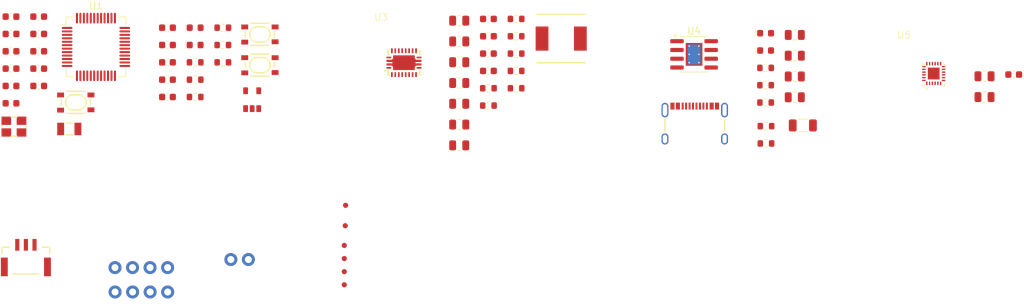
<source format=kicad_pcb>
(kicad_pcb (version 20241229) (generator "pcbnew") (generator_version "9.0")
  (layers (0 "F.Cu" signal) (2 "B.Cu" signal) (13 "F.Paste" user) (15 "B.Paste" user) (5 "F.SilkS" user "F.Silkscreen") (7 "B.SilkS" user "B.Silkscreen") (1 "F.Mask" user) (3 "B.Mask" user) (25 "Edge.Cuts" user))
  (net 0 "")
  (net 1 "VDD")
  (net 2 "VSS")
  (net 3 "/NRST")
  (net 4 "Net-(U1-PC14-OSC32_IN)")
  (net 5 "Net-(U1-PC15-OSC32_OUT)")
  (net 6 "Net-(U1-PD14-OSC_IN)")
  (net 7 "Net-(U1-PD15-OSC_OUT)")
  (net 8 "/PB1")
  (net 9 "/PA12")
  (net 10 "/PA0")
  (net 11 "/PB6")
  (net 12 "/BOOT0")
  (net 13 "/PA5")
  (net 14 "/PB0")
  (net 15 "/PA2")
  (net 16 "/PD12")
  (net 17 "/PB7")
  (net 18 "/PA15")
  (net 19 "/PA9")
  (net 20 "/PD13")
  (net 21 "/PB4")
  (net 22 "/PA1")
  (net 23 "/PB8")
  (net 24 "/PC13")
  (net 25 "DIO")
  (net 26 "/PA8")
  (net 27 "/PA10")
  (net 28 "/PB3")
  (net 29 "/PA7")
  (net 30 "/PA4")
  (net 31 "/PB2")
  (net 32 "/PA3")
  (net 33 "/PA11")
  (net 34 "/PB5")
  (net 35 "/PB11")
  (net 36 "SCK")
  (net 37 "/PB10")
  (net 38 "/PB13")
  (net 39 "/PB15")
  (net 40 "/PA6")
  (net 41 "/PB12")
  (net 42 "/PB14")
  (net 43 "/PB9")
  (net 44 "5V")
  (net 45 "/PC14")
  (net 46 "Net-(D1-A)")
  (net 47 "Net-(D2-K)")
  (net 48 "Net-(U2-EN)")
  (net 49 "Net-(R5-Pad1)")
  (net 54 "VBUS")
  (net 55 "PGND")
  (net 56 "Net-(U3-VCC)")
  (net 57 "Net-(U3-BOOT)")
  (net 58 "Net-(C20-Pad2)")
  (net 59 "Net-(U3-SS)")
  (net 60 "+5V")
  (net 61 "Net-(C26-Pad1)")
  (net 62 "Net-(U3-COMP)")
  (net 63 "Net-(L1-Pad2)")
  (net 64 "Net-(U3-ILIM)")
  (net 65 "Net-(U3-FB)")
  (net 66 "Net-(U3-EN)")
  (net 67 "Net-(U3-FSW)")
  (net 68 "Net-(U4-CE)")
  (net 69 "Net-(D3-A)")
  (net 70 "Net-(D3-K)")
  (net 71 "Net-(D4-A)")
  (net 72 "Net-(D4-K)")
  (net 75 "5V_IN")
  (net 76 "Net-(U4-PROG)")
  (net 92 "Net-(U5-REGOUT)")
  (net 98 "Net-(J5-D+-PadA6)")
  (net 100 "Net-(J5-CC2)")
  (net 101 "Net-(J5-CC1)")
  (net 103 "Net-(J5-D--PadA7)")
  (footprint "Power_BrookDawn:SGM2019" (layer "F.Cu") (at 51.795 26.685)
    (property "Reference" "U2" (hide yes))
    (property "Value" "~")
    (pad "1" smd roundrect (at 0.54 3.33 90) (size 0.99 0.69) (layers "F.Cu" "F.Mask" "F.Paste") (roundrect_rratio 0.15) (net 54 "VBUS"))
    (pad "2" smd roundrect (at 1.49 3.33 90) (size 0.99 0.69) (layers "F.Cu" "F.Mask" "F.Paste") (roundrect_rratio 0.15) (net 2 "VSS"))
    (pad "3" smd roundrect (at 2.44 3.33 90) (size 0.99 0.69) (layers "F.Cu" "F.Mask" "F.Paste") (roundrect_rratio 0.15) (net 48 "Net-(U2-EN)"))
    (pad "4" smd roundrect (at 2.44 0.74 90) (size 0.99 0.69) (layers "F.Cu" "F.Mask" "F.Paste") (roundrect_rratio 0.15))
    (pad "5" smd roundrect (at 0.54 0.74 90) (size 0.99 0.69) (layers "F.Cu" "F.Mask" "F.Paste") (roundrect_rratio 0.15) (net 1 "VDD"))
  )
  (footprint "SparkFun-Resistor:R_0603_1608Metric" (layer "F.Cu") (at 91.515 17.0234)
    (property "Reference" "R9")
    (property "Value" "62k")
    (pad "1" smd roundrect (at -0.825 0) (size 0.8 0.95) (layers "F.Cu" "F.Mask" "F.Paste") (net 62 "Net-(U3-COMP)"))
    (pad "2" smd roundrect (at 0.825 0) (size 0.8 0.95) (layers "F.Cu" "F.Mask" "F.Paste") (net 61 "Net-(C26-Pad1)"))
  )
  (footprint "SparkFun-Switch:Push_SMD_4.2x3.2mm" (layer "F.Cu") (at 54.41 23.71)
    (property "Reference" "SW3")
    (property "Value" "SMD_4.2x3.2mm_h2.5mm")
    (pad "1" smd rect (at -2.2 -1.075) (size 1 0.7) (layers "F.Cu" "F.Mask" "F.Paste") (net 2 "VSS"))
    (pad "1" smd rect (at 2.2 -1.075) (size 1 0.7) (layers "F.Cu" "F.Mask" "F.Paste") (net 2 "VSS"))
    (pad "2" smd rect (at -2.2 1.125) (size 1 0.7) (layers "F.Cu" "F.Mask" "F.Paste") (net 45 "/PC14"))
    (pad "2" smd rect (at 2.2 1.075) (size 1 0.7) (layers "F.Cu" "F.Mask" "F.Paste") (net 45 "/PC14"))
  )
  (footprint "SparkFun-Capacitor:C_0603_1608Metric" (layer "F.Cu") (at 163.585736 25.079736)
    (property "Reference" "C34")
    (property "Value" "10nF")
    (pad "1" smd roundrect (at -0.775 0) (size 0.9 0.95) (layers "F.Cu" "F.Mask" "F.Paste") (net 2 "VSS"))
    (pad "2" smd roundrect (at 0.775 0) (size 0.9 0.95) (layers "F.Cu" "F.Mask" "F.Paste") (net 1 "VDD"))
  )
  (footprint "SparkFun-Capacitor:C_0603_1608Metric" (layer "F.Cu") (at 18.36 24.22)
    (property "Reference" "C4")
    (property "Value" "1uF")
    (pad "1" smd roundrect (at -0.775 0) (size 0.9 0.95) (layers "F.Cu" "F.Mask" "F.Paste") (net 2 "VSS"))
    (pad "2" smd roundrect (at 0.775 0) (size 0.9 0.95) (layers "F.Cu" "F.Mask" "F.Paste") (net 1 "VDD"))
  )
  (footprint "SparkFun-Capacitor:C_0805_2012Metric" (layer "F.Cu") (at 83.275 35.3334)
    (property "Reference" "C25")
    (property "Value" "1uF")
    (pad "1" smd roundrect (at -0.95 0) (size 1 1.45) (layers "F.Cu" "F.Mask" "F.Paste") (net 60 "+5V"))
    (pad "2" smd roundrect (at 0.95 0) (size 1 1.45) (layers "F.Cu" "F.Mask" "F.Paste") (net 55 "PGND"))
  )
  (footprint "SparkFun-Connector:1x04" (layer "F.Cu") (at 33.42 53.04)
    (property "Reference" "J4")
    (property "Value" "SWD")
    (pad "1" thru_hole circle (at 0 0 90) (size 1.8796 1.8796) (drill 1.016) (layers "*.Cu" "*.Mask") (net 1 "VDD"))
    (pad "2" thru_hole circle (at 2.54 0 90) (size 1.8796 1.8796) (drill 1.016) (layers "*.Cu" "*.Mask") (net 25 "DIO"))
    (pad "3" thru_hole circle (at 5.08 0 90) (size 1.8796 1.8796) (drill 1.016) (layers "*.Cu" "*.Mask") (net 36 "SCK"))
    (pad "4" thru_hole circle (at 7.62 0 90) (size 1.8796 1.8796) (drill 1.016) (layers "*.Cu" "*.Mask") (net 2 "VSS"))
  )
  (footprint "SparkFun-Capacitor:C_0603_1608Metric" (layer "F.Cu") (at 41.02 23.31)
    (property "Reference" "C14")
    (property "Value" "100nF")
    (pad "1" smd roundrect (at -0.775 0) (size 0.9 0.95) (layers "F.Cu" "F.Mask" "F.Paste") (net 2 "VSS"))
    (pad "2" smd roundrect (at 0.775 0) (size 0.9 0.95) (layers "F.Cu" "F.Mask" "F.Paste") (net 1 "VDD"))
  )
  (footprint "SparkFun-Connector:TestPoint-0.75mm" (layer "F.Cu") (at 66.63 55.525584)
    (property "Reference" "TP4")
    (property "Value" "0.75mm")
    (pad "1" smd roundrect (at 0 0) (size 0.75 0.75) (layers "F.Cu" "F.Mask") (roundrect_rratio 0.5) (net 1 "VDD"))
  )
  (footprint "SparkFun-Resistor:R_0603_1608Metric" (layer "F.Cu") (at 127.6475 26.62)
    (property "Reference" "R16")
    (property "Value" "10k")
    (pad "1" smd roundrect (at -0.825 0) (size 0.8 0.95) (layers "F.Cu" "F.Mask" "F.Paste") (net 68 "Net-(U4-CE)"))
    (pad "2" smd roundrect (at 0.825 0) (size 0.8 0.95) (layers "F.Cu" "F.Mask" "F.Paste") (net 71 "Net-(D4-A)"))
  )
  (footprint "SparkFun-Resistor:R_0603_1608Metric" (layer "F.Cu") (at 87.505 29.5734)
    (property "Reference" "R3")
    (property "Value" "100k")
    (pad "1" smd roundrect (at -0.825 0) (size 0.8 0.95) (layers "F.Cu" "F.Mask" "F.Paste") (net 64 "Net-(U3-ILIM)"))
    (pad "2" smd roundrect (at 0.825 0) (size 0.8 0.95) (layers "F.Cu" "F.Mask" "F.Paste") (net 2 "VSS"))
  )
  (footprint "SparkFun-Capacitor:C_0603_1608Metric" (layer "F.Cu") (at 18.36 26.73)
    (property "Reference" "C5")
    (property "Value" "0.1uF")
    (pad "1" smd roundrect (at -0.775 0) (size 0.9 0.95) (layers "F.Cu" "F.Mask" "F.Paste") (net 2 "VSS"))
    (pad "2" smd roundrect (at 0.775 0) (size 0.9 0.95) (layers "F.Cu" "F.Mask" "F.Paste") (net 3 "/NRST"))
  )
  (footprint "SparkFun-Capacitor:C_0603_1608Metric" (layer "F.Cu") (at 87.505 22.0434)
    (property "Reference" "C26")
    (property "Value" "3.3nF")
    (pad "1" smd roundrect (at -0.775 0) (size 0.9 0.95) (layers "F.Cu" "F.Mask" "F.Paste") (net 61 "Net-(C26-Pad1)"))
    (pad "2" smd roundrect (at 0.775 0) (size 0.9 0.95) (layers "F.Cu" "F.Mask" "F.Paste") (net 2 "VSS"))
  )
  (footprint "SparkFun-Capacitor:C_0603_1608Metric" (layer "F.Cu") (at 41.02 28.33)
    (property "Reference" "C16")
    (property "Value" "1uF")
    (pad "1" smd roundrect (at -0.775 0) (size 0.9 0.95) (layers "F.Cu" "F.Mask" "F.Paste") (net 2 "VSS"))
    (pad "2" smd roundrect (at 0.775 0) (size 0.9 0.95) (layers "F.Cu" "F.Mask" "F.Paste") (net 45 "/PC14"))
  )
  (footprint "SparkFun-Capacitor:C_0603_1608Metric" (layer "F.Cu") (at 22.37 19.2)
    (property "Reference" "C8")
    (property "Value" "12pF")
    (pad "1" smd roundrect (at -0.775 0) (size 0.9 0.95) (layers "F.Cu" "F.Mask" "F.Paste") (net 6 "Net-(U1-PD14-OSC_IN)"))
    (pad "2" smd roundrect (at 0.775 0) (size 0.9 0.95) (layers "F.Cu" "F.Mask" "F.Paste") (net 2 "VSS"))
  )
  (footprint "SparkFun-Capacitor:C_0805_2012Metric" (layer "F.Cu") (at 83.275 20.2834)
    (property "Reference" "C18")
    (property "Value" "100nF")
    (pad "1" smd roundrect (at -0.95 0) (size 1 1.45) (layers "F.Cu" "F.Mask" "F.Paste") (net 55 "PGND"))
    (pad "2" smd roundrect (at 0.95 0) (size 1 1.45) (layers "F.Cu" "F.Mask" "F.Paste") (net 54 "VBUS"))
  )
  (footprint "SparkFun-Resistor:R_1206_3216Metric" (layer "F.Cu") (at 133.0425 32.45)
    (property "Reference" "R14")
    (property "Value" "0.2R")
    (pad "1" smd roundrect (at -1.4625 0) (size 1.125 1.75) (layers "F.Cu" "F.Mask" "F.Paste") (roundrect_rratio 0.222222) (net 68 "Net-(U4-CE)"))
    (pad "2" smd roundrect (at 1.4625 0) (size 1.125 1.75) (layers "F.Cu" "F.Mask" "F.Paste") (roundrect_rratio 0.222222) (net 75 "5V_IN"))
  )
  (footprint "SparkFun-Capacitor:C_0805_2012Metric" (layer "F.Cu") (at 159.355736 25.329736)
    (property "Reference" "C32")
    (property "Value" "100nF")
    (pad "1" smd roundrect (at -0.95 0) (size 1 1.45) (layers "F.Cu" "F.Mask" "F.Paste") (net 1 "VDD"))
    (pad "2" smd roundrect (at 0.95 0) (size 1 1.45) (layers "F.Cu" "F.Mask" "F.Paste") (net 2 "VSS"))
  )
  (footprint "BrookDawn_Library:MPU6500" (layer "F.Cu") (at 147.69 19.832)
    (property "Reference" "U5" (at 0 -0.5 0) (layer "F.SilkS") (effects (font (thickness 0.1))))
    (property "Value" "~")
    (pad "1" smd rect (at 3.31 6.522) (size 0.2 0.505) (layers "F.Cu" "F.Mask" "F.Paste"))
    (pad "2" smd rect (at 3.71 6.522) (size 0.2 0.505) (layers "F.Cu" "F.Mask" "F.Paste"))
    (pad "3" smd rect (at 4.11 6.522) (size 0.2 0.505) (layers "F.Cu" "F.Mask" "F.Paste"))
    (pad "4" smd rect (at 4.51 6.522) (size 0.2 0.505) (layers "F.Cu" "F.Mask" "F.Paste"))
    (pad "5" smd rect (at 4.91 6.522) (size 0.2 0.505) (layers "F.Cu" "F.Mask" "F.Paste"))
    (pad "6" smd rect (at 5.31 6.522) (size 0.2 0.505) (layers "F.Cu" "F.Mask" "F.Paste"))
    (pad "7" smd rect (at 5.737 6.095) (size 0.505 0.2) (layers "F.Cu" "F.Mask" "F.Paste"))
    (pad "8" smd rect (at 5.737 5.695) (size 0.505 0.2) (layers "F.Cu" "F.Mask" "F.Paste") (net 1 "VDD"))
    (pad "9" smd rect (at 5.737 5.295) (size 0.505 0.2) (layers "F.Cu" "F.Mask" "F.Paste"))
    (pad "10" smd rect (at 5.737 4.895) (size 0.505 0.2) (layers "F.Cu" "F.Mask" "F.Paste") (net 92 "Net-(U5-REGOUT)"))
    (pad "11" smd rect (at 5.737 4.495) (size 0.505 0.2) (layers "F.Cu" "F.Mask" "F.Paste"))
    (pad "12" smd rect (at 5.737 4.095) (size 0.504952 0.2) (layers "F.Cu" "F.Mask" "F.Paste") (net 23 "/PB8"))
    (pad "13" smd rect (at 5.31 3.668) (size 0.2 0.505) (layers "F.Cu" "F.Mask" "F.Paste") (net 1 "VDD"))
    (pad "14" smd rect (at 4.91 3.668) (size 0.2 0.505) (layers "F.Cu" "F.Mask" "F.Paste"))
    (pad "15" smd rect (at 4.51 3.668) (size 0.2 0.505) (layers "F.Cu" "F.Mask" "F.Paste"))
    (pad "16" smd rect (at 4.11 3.668) (size 0.2 0.505) (layers "F.Cu" "F.Mask" "F.Paste"))
    (pad "17" smd rect (at 3.71 3.668) (size 0.2 0.505) (layers "F.Cu" "F.Mask" "F.Paste"))
    (pad "18" smd rect (at 3.31 3.668) (size 0.2 0.505) (layers "F.Cu" "F.Mask" "F.Paste") (net 2 "VSS"))
    (pad "19" smd rect (at 2.883 4.095) (size 0.504952 0.2) (layers "F.Cu" "F.Mask" "F.Paste"))
    (pad "20" smd rect (at 2.883 4.495) (size 0.505 0.2) (layers "F.Cu" "F.Mask" "F.Paste") (net 2 "VSS"))
    (pad "21" smd rect (at 2.883 4.895) (size 0.505 0.2) (layers "F.Cu" "F.Mask" "F.Paste"))
    (pad "22" smd rect (at 2.883 5.295) (size 0.505 0.2) (layers "F.Cu" "F.Mask" "F.Paste") (net 1 "VDD"))
    (pad "23" smd rect (at 2.883 5.695) (size 0.505 0.2) (layers "F.Cu" "F.Mask" "F.Paste") (net 11 "/PB6"))
    (pad "24" smd rect (at 2.883 6.095) (size 0.504952 0.2) (layers "F.Cu" "F.Mask" "F.Paste") (net 17 "/PB7"))
    (pad "25" smd rect (at 4.31 5.095) (size 1.7 1.7) (layers "F.Cu" "F.Mask" "F.Paste") (net 2 "VSS"))
  )
  (footprint "SparkFun-Clock:Crystal_SMD_3.2x1.5mm" (layer "F.Cu") (at 26.8 32.96)
    (property "Reference" "Y2")
    (property "Value" "32.768kHz")
    (pad "1" smd rect (at -1.25 0) (size 1 1.8) (layers "F.Cu" "F.Mask" "F.Paste") (net 5 "Net-(U1-PC15-OSC32_OUT)"))
    (pad "2" smd rect (at 1.25 0) (size 1 1.8) (layers "F.Cu" "F.Mask" "F.Paste") (net 4 "Net-(U1-PC14-OSC32_IN)"))
  )
  (footprint "SparkFun-Connector:JST_SMD_1.25mm-3_Locking" (layer "F.Cu") (at 20.515 51.49)
    (property "Reference" "J1")
    (property "Value" "USART1")
    (pad "1" smd rect (at -1.25 -1.75) (size 0.6 1.7) (layers "F.Cu" "F.Mask" "F.Paste") (net 2 "VSS"))
    (pad "2" smd rect (at 0 -1.75) (size 0.6 1.7) (layers "F.Cu" "F.Mask" "F.Paste") (net 27 "/PA10"))
    (pad "3" smd rect (at 1.25 -1.75) (size 0.6 1.7) (layers "F.Cu" "F.Mask" "F.Paste") (net 19 "/PA9"))
    (pad "NC1" smd rect (at -3.125 1.45) (size 1 2.7) (layers "F.Cu" "F.Mask" "F.Paste"))
    (pad "NC2" smd rect (at 3.125 1.45) (size 1 2.7) (layers "F.Cu" "F.Mask" "F.Paste"))
  )
  (footprint "SparkFun-Capacitor:C_0603_1608Metric" (layer "F.Cu") (at 41.02 20.8)
    (property "Reference" "C13")
    (property "Value" "1uF")
    (pad "1" smd roundrect (at -0.775 0) (size 0.9 0.95) (layers "F.Cu" "F.Mask" "F.Paste") (net 2 "VSS"))
    (pad "2" smd roundrect (at 0.775 0) (size 0.9 0.95) (layers "F.Cu" "F.Mask" "F.Paste") (net 1 "VDD"))
  )
  (footprint "SparkFun-Capacitor:C_0805_2012Metric" (layer "F.Cu") (at 83.275 23.2934)
    (property "Reference" "C20")
    (property "Value" "100nF")
    (pad "1" smd roundrect (at -0.95 0) (size 1 1.45) (layers "F.Cu" "F.Mask" "F.Paste") (net 57 "Net-(U3-BOOT)"))
    (pad "2" smd roundrect (at 0.95 0) (size 1 1.45) (layers "F.Cu" "F.Mask" "F.Paste") (net 58 "Net-(C20-Pad2)"))
  )
  (footprint "SparkFun-Capacitor:C_0805_2012Metric" (layer "F.Cu") (at 83.275 29.3134)
    (property "Reference" "C23")
    (property "Value" "22uF")
    (pad "1" smd roundrect (at -0.95 0) (size 1 1.45) (layers "F.Cu" "F.Mask" "F.Paste") (net 60 "+5V"))
    (pad "2" smd roundrect (at 0.95 0) (size 1 1.45) (layers "F.Cu" "F.Mask" "F.Paste") (net 55 "PGND"))
  )
  (footprint "SparkFun-Resistor:R_0603_1608Metric" (layer "F.Cu") (at 127.6475 24.11)
    (property "Reference" "R15")
    (property "Value" "2k")
    (pad "1" smd roundrect (at -0.825 0) (size 0.8 0.95) (layers "F.Cu" "F.Mask" "F.Paste") (net 68 "Net-(U4-CE)"))
    (pad "2" smd roundrect (at 0.825 0) (size 0.8 0.95) (layers "F.Cu" "F.Mask" "F.Paste") (net 69 "Net-(D3-A)"))
  )
  (footprint "SparkFun-Coil:Inductor_7.3x6.6mm" (layer "F.Cu") (at 98.045 19.87)
    (property "Reference" "L1")
    (property "Value" "1.5uH")
    (pad "1" smd rect (at -2.775 0) (size 1.85 3.5) (layers "F.Cu" "F.Mask" "F.Paste") (net 54 "VBUS"))
    (pad "2" smd rect (at 2.775 0) (size 1.85 3.5) (layers "F.Cu" "F.Mask" "F.Paste") (net 63 "Net-(L1-Pad2)"))
  )
  (footprint "SparkFun-Capacitor:C_0603_1608Metric" (layer "F.Cu") (at 22.37 24.22)
    (property "Reference" "C10")
    (property "Value" "0.1uF")
    (pad "1" smd roundrect (at -0.775 0) (size 0.9 0.95) (layers "F.Cu" "F.Mask" "F.Paste") (net 2 "VSS"))
    (pad "2" smd roundrect (at 0.775 0) (size 0.9 0.95) (layers "F.Cu" "F.Mask" "F.Paste") (net 1 "VDD"))
  )
  (footprint "SparkFun-Capacitor:C_0603_1608Metric" (layer "F.Cu") (at 18.36 19.2)
    (property "Reference" "C2")
    (property "Value" "0.1uF")
    (pad "1" smd roundrect (at -0.775 0) (size 0.9 0.95) (layers "F.Cu" "F.Mask" "F.Paste") (net 2 "VSS"))
    (pad "2" smd roundrect (at 0.775 0) (size 0.9 0.95) (layers "F.Cu" "F.Mask" "F.Paste") (net 1 "VDD"))
  )
  (footprint "SparkFun-Capacitor:C_0603_1608Metric" (layer "F.Cu") (at 18.36 16.69)
    (property "Reference" "C1")
    (property "Value" "4.7uF")
    (pad "1" smd roundrect (at -0.775 0) (size 0.9 0.95) (layers "F.Cu" "F.Mask" "F.Paste") (net 1 "VDD"))
    (pad "2" smd roundrect (at 0.775 0) (size 0.9 0.95) (layers "F.Cu" "F.Mask" "F.Paste") (net 2 "VSS"))
  )
  (footprint "SparkFun-Connector:TestPoint-0.75mm" (layer "F.Cu") (at 66.77 46.97)
    (property "Reference" "TP6")
    (property "Value" "0.75mm")
    (pad "1" smd roundrect (at 0 0) (size 0.75 0.75) (layers "F.Cu" "F.Mask") (roundrect_rratio 0.5) (net 17 "/PB7"))
  )
  (footprint "SparkFun-Resistor:R_0603_1608Metric" (layer "F.Cu") (at 127.705 35.06)
    (property "Reference" "R19")
    (property "Value" "5.1k")
    (pad "1" smd roundrect (at -0.825 0) (size 0.8 0.95) (layers "F.Cu" "F.Mask" "F.Paste") (net 101 "Net-(J5-CC1)"))
    (pad "2" smd roundrect (at 0.825 0) (size 0.8 0.95) (layers "F.Cu" "F.Mask" "F.Paste") (net 2 "VSS"))
  )
  (footprint "SparkFun-Capacitor:C_0805_2012Metric" (layer "F.Cu") (at 83.275 17.2734)
    (property "Reference" "C17")
    (property "Value" "10uF")
    (pad "1" smd roundrect (at -0.95 0) (size 1 1.45) (layers "F.Cu" "F.Mask" "F.Paste") (net 54 "VBUS"))
    (pad "2" smd roundrect (at 0.95 0) (size 1 1.45) (layers "F.Cu" "F.Mask" "F.Paste") (net 55 "PGND"))
  )
  (footprint "SparkFun-Resistor:R_0603_1608Metric" (layer "F.Cu") (at 127.6475 29.13)
    (property "Reference" "R17")
    (property "Value" "2k")
    (pad "1" smd roundrect (at -0.825 0) (size 0.8 0.95) (layers "F.Cu" "F.Mask" "F.Paste") (net 76 "Net-(U4-PROG)"))
    (pad "2" smd roundrect (at 0.825 0) (size 0.8 0.95) (layers "F.Cu" "F.Mask" "F.Paste") (net 55 "PGND"))
  )
  (footprint "SparkFun-Capacitor:C_0805_2012Metric" (layer "F.Cu") (at 131.8775 28.37)
    (property "Reference" "C31")
    (property "Value" "100nF")
    (pad "1" smd roundrect (at -0.95 0) (size 1 1.45) (layers "F.Cu" "F.Mask" "F.Paste") (net 55 "PGND"))
    (pad "2" smd roundrect (at 0.95 0) (size 1 1.45) (layers "F.Cu" "F.Mask" "F.Paste") (net 68 "Net-(U4-CE)"))
  )
  (footprint "SparkFun-Resistor:R_0603_1608Metric" (layer "F.Cu") (at 49.04 18.29)
    (property "Reference" "R6")
    (property "Value" "5.1k")
    (pad "1" smd roundrect (at -0.825 0) (size 0.8 0.95) (layers "F.Cu" "F.Mask" "F.Paste") (net 1 "VDD"))
    (pad "2" smd roundrect (at 0.825 0) (size 0.8 0.95) (layers "F.Cu" "F.Mask" "F.Paste") (net 45 "/PC14"))
  )
  (footprint "SparkFun-Capacitor:C_0603_1608Metric" (layer "F.Cu") (at 87.505 17.0234)
    (property "Reference" "C19")
    (property "Value" "2.2uF")
    (pad "1" smd roundrect (at -0.775 0) (size 0.9 0.95) (layers "F.Cu" "F.Mask" "F.Paste") (net 56 "Net-(U3-VCC)"))
    (pad "2" smd roundrect (at 0.775 0) (size 0.9 0.95) (layers "F.Cu" "F.Mask" "F.Paste") (net 2 "VSS"))
  )
  (footprint "SparkFun-Connector:USB-C_16" (layer "F.Cu") (at 117.39 29.31)
    (property "Reference" "J5")
    (property "Value" "USB_C_Receptacle")
    (pad "" np_thru_hole circle (at -2.89 1.445) (size 0.65 0.65) (drill 0.65) (layers "*.Cu" "*.Mask"))
    (pad "" np_thru_hole circle (at 2.89 1.445) (size 0.65 0.65) (drill 0.65) (layers "*.Cu" "*.Mask"))
    (pad "A5" smd rect (at -1.25 0.34 180) (size 0.3 1) (layers "F.Cu" "F.Mask" "F.Paste") (net 101 "Net-(J5-CC1)"))
    (pad "A6" smd rect (at -0.25 0.34 180) (size 0.3 1) (layers "F.Cu" "F.Mask" "F.Paste") (net 98 "Net-(J5-D+-PadA6)"))
    (pad "A7" smd rect (at 0.25 0.34) (size 0.3 1) (layers "F.Cu" "F.Mask" "F.Paste") (net 103 "Net-(J5-D--PadA7)"))
    (pad "A8" smd rect (at 1.25 0.34) (size 0.3 1) (layers "F.Cu" "F.Mask" "F.Paste"))
    (pad "B5" smd rect (at 1.75 0.34) (size 0.3 1) (layers "F.Cu" "F.Mask" "F.Paste") (net 100 "Net-(J5-CC2)"))
    (pad "B6" smd rect (at 0.75 0.34) (size 0.3 1) (layers "F.Cu" "F.Mask" "F.Paste") (net 98 "Net-(J5-D+-PadA6)"))
    (pad "B7" smd rect (at -0.75 0.34 180) (size 0.3 1) (layers "F.Cu" "F.Mask" "F.Paste") (net 103 "Net-(J5-D--PadA7)"))
    (pad "B8" smd rect (at -1.75 0.34 180) (size 0.3 1) (layers "F.Cu" "F.Mask" "F.Paste"))
    (pad "GND" smd rect (at -3.225 0.34 180) (size 0.6 1) (layers "F.Cu" "F.Mask" "F.Paste") (net 2 "VSS"))
    (pad "GND" smd rect (at 3.225 0.34) (size 0.6 1) (layers "F.Cu" "F.Mask" "F.Paste") (net 2 "VSS"))
    (pad "NC1" thru_hole oval (at -4.318 5.095) (size 1 1.6) (drill oval 0.6 1.2) (layers "*.Cu" "*.Mask" "F.Paste"))
    (pad "NC2" thru_hole oval (at -4.318 0.915) (size 1 2.1) (drill oval 0.6 1.7) (layers "*.Cu" "*.Mask" "F.Paste"))
    (pad "NC3" thru_hole oval (at 4.318 0.915) (size 1 2.1) (drill oval 0.6 1.7) (layers "*.Cu" "*.Mask" "F.Paste"))
    (pad "S" thru_hole oval (at 4.318 5.095) (size 1 1.6) (drill oval 0.6 1.2) (layers "*.Cu" "*.Mask" "F.Paste") (net 2 "VSS"))
    (pad "VBUS" smd rect (at -2.45 0.34 180) (size 0.6 1) (layers "F.Cu" "F.Mask" "F.Paste") (net 44 "5V"))
    (pad "VBUS" smd rect (at 2.45 0.34) (size 0.6 1) (layers "F.Cu" "F.Mask" "F.Paste") (net 44 "5V"))
  )
  (footprint "SparkFun-Resistor:R_0603_1608Metric" (layer "F.Cu") (at 87.505 27.0634)
    (property "Reference" "R2")
    (property "Value" "0")
    (pad "1" smd roundrect (at -0.825 0) (size 0.8 0.95) (layers "F.Cu" "F.Mask" "F.Paste") (net 55 "PGND"))
    (pad "2" smd roundrect (at 0.825 0) (size 0.8 0.95) (layers "F.Cu" "F.Mask" "F.Paste") (net 2 "VSS"))
  )
  (footprint "SparkFun-Capacitor:C_0603_1608Metric" (layer "F.Cu") (at 22.37 16.69)
    (property "Reference" "C7")
    (property "Value" "9pF")
    (pad "1" smd roundrect (at -0.775 0) (size 0.9 0.95) (layers "F.Cu" "F.Mask" "F.Paste") (net 5 "Net-(U1-PC15-OSC32_OUT)"))
    (pad "2" smd roundrect (at 0.775 0) (size 0.9 0.95) (layers "F.Cu" "F.Mask" "F.Paste") (net 2 "VSS"))
  )
  (footprint "SparkFun-Connector:TestPoint-0.75mm" (layer "F.Cu") (at 66.63 51.728528)
    (property "Reference" "TP2")
    (property "Value" "0.75mm")
    (pad "1" smd roundrect (at 0 0) (size 0.75 0.75) (layers "F.Cu" "F.Mask") (roundrect_rratio 0.5) (net 60 "+5V"))
  )
  (footprint "SparkFun-Switch:Push_SMD_4.2x3.2mm" (layer "F.Cu") (at 27.74 29.11)
    (property "Reference" "SW1")
    (property "Value" "SMD_4.2x3.2mm_h2.5mm")
    (pad "1" smd rect (at -2.2 -1.075) (size 1 0.7) (layers "F.Cu" "F.Mask" "F.Paste") (net 2 "VSS"))
    (pad "1" smd rect (at 2.2 -1.075) (size 1 0.7) (layers "F.Cu" "F.Mask" "F.Paste") (net 2 "VSS"))
    (pad "2" smd rect (at -2.2 1.125) (size 1 0.7) (layers "F.Cu" "F.Mask" "F.Paste") (net 3 "/NRST"))
    (pad "2" smd rect (at 2.2 1.075) (size 1 0.7) (layers "F.Cu" "F.Mask" "F.Paste") (net 3 "/NRST"))
  )
  (footprint "SparkFun-Resistor:R_0603_1608Metric" (layer "F.Cu") (at 45.03 23.31)
    (property "Reference" "R1")
    (property "Value" "5.1k")
    (pad "1" smd roundrect (at -0.825 0) (size 0.8 0.95) (layers "F.Cu" "F.Mask" "F.Paste") (net 54 "VBUS"))
    (pad "2" smd roundrect (at 0.825 0) (size 0.8 0.95) (layers "F.Cu" "F.Mask" "F.Paste") (net 48 "Net-(U2-EN)"))
  )
  (footprint "SparkFun-Resistor:R_0603_1608Metric" (layer "F.Cu") (at 49.04 20.8)
    (property "Reference" "R7")
    (property "Value" "1k")
    (pad "1" smd roundrect (at -0.825 0) (size 0.8 0.95) (layers "F.Cu" "F.Mask" "F.Paste") (net 1 "VDD"))
    (pad "2" smd roundrect (at 0.825 0) (size 0.8 0.95) (layers "F.Cu" "F.Mask" "F.Paste") (net 46 "Net-(D1-A)"))
  )
  (footprint "SparkFun-Capacitor:C_0805_2012Metric" (layer "F.Cu") (at 131.8775 22.35)
    (property "Reference" "C29")
    (property "Value" "100nF")
    (pad "1" smd roundrect (at -0.95 0) (size 1 1.45) (layers "F.Cu" "F.Mask" "F.Paste") (net 55 "PGND"))
    (pad "2" smd roundrect (at 0.95 0) (size 1 1.45) (layers "F.Cu" "F.Mask" "F.Paste") (net 54 "VBUS"))
  )
  (footprint "SparkFun-LED:LED_0603_1608Metric_Red" (layer "F.Cu") (at 45.03 18.29)
    (property "Reference" "D1")
    (property "Value" "Red")
    (pad "1" smd roundrect (at -0.7875 0) (size 0.875 0.95) (layers "F.Cu" "F.Mask" "F.Paste") (net 2 "VSS"))
    (pad "2" smd roundrect (at 0.7875 0) (size 0.875 0.95) (layers "F.Cu" "F.Mask" "F.Paste") (net 46 "Net-(D1-A)"))
  )
  (footprint "SparkFun-Connector:1x02" (layer "F.Cu") (at 50.2 51.87)
    (property "Reference" "J2")
    (property "Value" "电池")
    (pad "1" thru_hole circle (at 0 0 90) (size 1.8796 1.8796) (drill 1.016) (layers "*.Cu" "*.Mask") (net 2 "VSS"))
    (pad "2" thru_hole circle (at 2.54 0 90) (size 1.8796 1.8796) (drill 1.016) (layers "*.Cu" "*.Mask") (net 54 "VBUS"))
  )
  (footprint "SparkFun-Capacitor:C_0603_1608Metric" (layer "F.Cu") (at 87.505 24.5534)
    (property "Reference" "C27")
    (property "Value" "10pF")
    (pad "1" smd roundrect (at -0.775 0) (size 0.9 0.95) (layers "F.Cu" "F.Mask" "F.Paste") (net 62 "Net-(U3-COMP)"))
    (pad "2" smd roundrect (at 0.775 0) (size 0.9 0.95) (layers "F.Cu" "F.Mask" "F.Paste") (net 2 "VSS"))
  )
  (footprint "Package_SO:SOIC-8-1EP_3.9x4.9mm_P1.27mm_EP2.41x3.3mm_ThermalVias" (layer "F.Cu") (at 117.29 22.155)
    (property "Reference" "U4" (at 0 -3.4 0) (layer "F.SilkS"))
    (property "Value" "TP4056-42-ESOP8")
    (pad "1" smd roundrect (at -2.475 -1.905) (size 1.95 0.6) (layers "F.Cu" "F.Mask" "F.Paste") (net 2 "VSS"))
    (pad "2" smd roundrect (at -2.475 -0.635) (size 1.95 0.6) (layers "F.Cu" "F.Mask" "F.Paste") (net 76 "Net-(U4-PROG)"))
    (pad "3" smd roundrect (at -2.475 0.635) (size 1.95 0.6) (layers "F.Cu" "F.Mask" "F.Paste") (net 55 "PGND"))
    (pad "4" smd roundrect (at -2.475 1.905) (size 1.95 0.6) (layers "F.Cu" "F.Mask" "F.Paste") (net 68 "Net-(U4-CE)"))
    (pad "5" smd roundrect (at 2.475 1.905) (size 1.95 0.6) (layers "F.Cu" "F.Mask" "F.Paste") (net 54 "VBUS"))
    (pad "6" smd roundrect (at 2.475 0.635) (size 1.95 0.6) (layers "F.Cu" "F.Mask" "F.Paste") (net 72 "Net-(D4-K)"))
    (pad "7" smd roundrect (at 2.475 -0.635) (size 1.95 0.6) (layers "F.Cu" "F.Mask" "F.Paste") (net 70 "Net-(D3-K)"))
    (pad "8" smd roundrect (at 2.475 -1.905) (size 1.95 0.6) (layers "F.Cu" "F.Mask" "F.Paste") (net 68 "Net-(U4-CE)"))
    (pad "9" thru_hole circle (at -0.7 -1.2) (size 0.5 0.5) (drill 0.2) (property pad_prop_heatsink) (layers "*.Cu") (net 55 "PGND"))
    (pad "9" thru_hole circle (at -0.7 0) (size 0.5 0.5) (drill 0.2) (property pad_prop_heatsink) (layers "*.Cu") (net 55 "PGND"))
    (pad "9" thru_hole circle (at -0.7 1.2) (size 0.5 0.5) (drill 0.2) (property pad_prop_heatsink) (layers "*.Cu") (net 55 "PGND"))
    (pad "9" smd rect (at 0 0) (size 1.9 2.9) (property pad_prop_heatsink) (layers "B.Cu") (net 55 "PGND"))
    (pad "9" smd rect (at 0 0) (size 2.41 3.3) (property pad_prop_heatsink) (layers "F.Cu" "F.Mask") (net 55 "PGND"))
    (pad "9" thru_hole circle (at 0.7 -1.2) (size 0.5 0.5) (drill 0.2) (property pad_prop_heatsink) (layers "*.Cu") (net 55 "PGND"))
    (pad "9" thru_hole circle (at 0.7 0) (size 0.5 0.5) (drill 0.2) (property pad_prop_heatsink) (layers "*.Cu") (net 55 "PGND"))
    (pad "9" thru_hole circle (at 0.7 1.2) (size 0.5 0.5) (drill 0.2) (property pad_prop_heatsink) (layers "*.Cu") (net 55 "PGND"))
  )
  (footprint "SparkFun-Resistor:R_0603_1608Metric" (layer "F.Cu") (at 91.515 27.0634)
    (property "Reference" "R13")
    (property "Value" "269k")
    (pad "1" smd roundrect (at -0.825 0) (size 0.8 0.95) (layers "F.Cu" "F.Mask" "F.Paste") (net 63 "Net-(L1-Pad2)"))
    (pad "2" smd roundrect (at 0.825 0) (size 0.8 0.95) (layers "F.Cu" "F.Mask" "F.Paste") (net 67 "Net-(U3-FSW)"))
  )
  (footprint "SparkFun-Connector:TestPoint-0.75mm" (layer "F.Cu") (at 66.82 44.02)
    (property "Reference" "TP5")
    (property "Value" "0.75mm")
    (pad "1" smd roundrect (at 0 0) (size 0.75 0.75) (layers "F.Cu" "F.Mask") (roundrect_rratio 0.5) (net 11 "/PB6"))
  )
  (footprint "BrookDawn_Library:TPS61088RHLR" (layer "F.Cu") (at 71.95 17.271)
    (property "Reference" "U3" (at 0 -0.5 0) (layer "F.SilkS") (effects (font (thickness 0.1))))
    (property "Value" "~")
    (pad "1" smd rect (at 1.135 6.84) (size 0.7 0.244) (layers "F.Cu" "F.Mask" "F.Paste") (net 56 "Net-(U3-VCC)"))
    (pad "2" smd rect (at 1.572 7.817) (size 0.244 0.7) (layers "F.Cu" "F.Mask" "F.Paste") (net 66 "Net-(U3-EN)"))
    (pad "3" smd rect (at 2.072 7.817) (size 0.244 0.7) (layers "F.Cu" "F.Mask" "F.Paste") (net 67 "Net-(U3-FSW)"))
    (pad "4" smd rect (at 2.572 7.817) (size 0.244 0.7) (layers "F.Cu" "F.Mask" "F.Paste") (net 63 "Net-(L1-Pad2)"))
    (pad "5" smd rect (at 3.072 7.817) (size 0.244 0.7) (layers "F.Cu" "F.Mask" "F.Paste") (net 63 "Net-(L1-Pad2)"))
    (pad "6" smd rect (at 3.572 7.817) (size 0.244 0.7) (layers "F.Cu" "F.Mask" "F.Paste") (net 58 "Net-(C20-Pad2)"))
    (pad "7" smd rect (at 4.072 7.817) (size 0.244 0.7) (layers "F.Cu" "F.Mask" "F.Paste") (net 58 "Net-(C20-Pad2)"))
    (pad "8" smd rect (at 4.572 7.817) (size 0.244 0.7) (layers "F.Cu" "F.Mask" "F.Paste") (net 57 "Net-(U3-BOOT)"))
    (pad "9" smd rect (at 5.072 7.817) (size 0.244 0.7) (layers "F.Cu" "F.Mask" "F.Paste") (net 54 "VBUS"))
    (pad "10" smd rect (at 5.505 6.84) (size 0.7 0.244) (layers "F.Cu" "F.Mask" "F.Paste") (net 59 "Net-(U3-SS)"))
    (pad "11" smd rect (at 5.505 5.34) (size 0.7 0.244) (layers "F.Cu" "F.Mask" "F.Paste"))
    (pad "12" smd rect (at 5.072 4.363) (size 0.244 0.7) (layers "F.Cu" "F.Mask" "F.Paste"))
    (pad "13" smd rect (at 4.572 4.363) (size 0.244 0.7) (layers "F.Cu" "F.Mask" "F.Paste"))
    (pad "14" smd rect (at 4.072 4.363) (size 0.244 0.7) (layers "F.Cu" "F.Mask" "F.Paste") (net 60 "+5V"))
    (pad "15" smd rect (at 3.572 4.363) (size 0.244 0.7) (layers "F.Cu" "F.Mask" "F.Paste") (net 60 "+5V"))
    (pad "16" smd rect (at 3.072 4.363) (size 0.244 0.7) (layers "F.Cu" "F.Mask" "F.Paste") (net 60 "+5V"))
    (pad "17" smd rect (at 2.572 4.363) (size 0.244 0.7) (layers "F.Cu" "F.Mask" "F.Paste") (net 65 "Net-(U3-FB)"))
    (pad "18" smd rect (at 2.072 4.363) (size 0.244 0.7) (layers "F.Cu" "F.Mask" "F.Paste") (net 62 "Net-(U3-COMP)"))
    (pad "19" smd rect (at 1.572 4.363) (size 0.244 0.7) (layers "F.Cu" "F.Mask" "F.Paste") (net 64 "Net-(U3-ILIM)"))
    (pad "20" smd rect (at 1.135 5.34) (size 0.7 0.244) (layers "F.Cu" "F.Mask" "F.Paste") (net 55 "PGND"))
    (pad "21" smd custom (at 3.32 6.089) (size 0.0497 0.0497) (layers "F.Cu" "F.Mask" "F.Paste") (net 2 "VSS") (options (clearance outline) (anchor circle)) (primitives (gr_poly (pts (xy -1.621 -0.142) (xy -2.485 -0.145) (xy -2.485 -0.375) (xy -1.621 -0.38) (xy -1.618 -0.564) (xy -1.522 -0.565) (xy -1.521 -1.015) (xy 1.526 -1.015) (xy 1.523 -0.57) (xy 1.621 -0.57) (xy 1.624 -0.38) (xy 2.485 -0.38) (xy 2.485 -0.146) (xy 1.621 -0.146) (xy 1.624 0.138) (xy 2.485 0.138) (xy 2.485 0.372) (xy 1.621 0.372) (xy 1.624 0.562) (xy 1.526 0.562) (xy 1.526 1.015) (xy -1.522 1.017) (xy -1.522 0.568) (xy -1.62 0.568) (xy -1.619 0.374) (xy -2.481 0.374) (xy -2.48 0.144) (xy -1.618 0.145) (xy -1.619 -0.145)) (width 0.1) (fill yes))))
  )
  (footprint "N32:QFP-48_8.35x8.35_Pitch0.5mm" (layer "F.Cu") (at 30.66 21.08)
    (property "Reference" "U1" (at 0 -5.95 0) (layer "F.SilkS"))
    (property "Value" "~")
    (pad "1" smd oval (at -4.175 -2.75 90) (size 0.3 1.55) (layers "F.Cu" "F.Mask" "F.Paste") (net 1 "VDD"))
    (pad "2" smd oval (at -4.175 -2.25 90) (size 0.3 1.55) (layers "F.Cu" "F.Mask" "F.Paste") (net 24 "/PC13"))
    (pad "3" smd oval (at -4.175 -1.75 90) (size 0.3 1.55) (layers "F.Cu" "F.Mask" "F.Paste") (net 4 "Net-(U1-PC14-OSC32_IN)"))
    (pad "4" smd oval (at -4.175 -1.25 90) (size 0.3 1.55) (layers "F.Cu" "F.Mask" "F.Paste") (net 5 "Net-(U1-PC15-OSC32_OUT)"))
    (pad "5" smd oval (at -4.175 -0.75 90) (size 0.3 1.55) (layers "F.Cu" "F.Mask" "F.Paste") (net 6 "Net-(U1-PD14-OSC_IN)"))
    (pad "6" smd oval (at -4.175 -0.25 90) (size 0.3 1.55) (layers "F.Cu" "F.Mask" "F.Paste") (net 7 "Net-(U1-PD15-OSC_OUT)"))
    (pad "7" smd oval (at -4.175 0.25 90) (size 0.3 1.55) (layers "F.Cu" "F.Mask" "F.Paste") (net 3 "/NRST"))
    (pad "8" smd oval (at -4.175 0.75 90) (size 0.3 1.55) (layers "F.Cu" "F.Mask" "F.Paste") (net 2 "VSS"))
    (pad "9" smd oval (at -4.175 1.25 90) (size 0.3 1.55) (layers "F.Cu" "F.Mask" "F.Paste") (net 1 "VDD"))
    (pad "10" smd oval (at -4.175 1.75 90) (size 0.3 1.55) (layers "F.Cu" "F.Mask" "F.Paste") (net 10 "/PA0"))
    (pad "11" smd oval (at -4.175 2.25 90) (size 0.3 1.55) (layers "F.Cu" "F.Mask" "F.Paste") (net 22 "/PA1"))
    (pad "12" smd oval (at -4.175 2.75 90) (size 0.3 1.55) (layers "F.Cu" "F.Mask" "F.Paste") (net 15 "/PA2"))
    (pad "13" smd oval (at -2.75 4.175) (size 0.3 1.55) (layers "F.Cu" "F.Mask" "F.Paste") (net 32 "/PA3"))
    (pad "14" smd oval (at -2.25 4.175) (size 0.3 1.55) (layers "F.Cu" "F.Mask" "F.Paste") (net 30 "/PA4"))
    (pad "15" smd oval (at -1.75 4.175) (size 0.3 1.55) (layers "F.Cu" "F.Mask" "F.Paste") (net 13 "/PA5"))
    (pad "16" smd oval (at -1.25 4.175) (size 0.3 1.55) (layers "F.Cu" "F.Mask" "F.Paste") (net 40 "/PA6"))
    (pad "17" smd oval (at -0.75 4.175) (size 0.3 1.55) (layers "F.Cu" "F.Mask" "F.Paste") (net 29 "/PA7"))
    (pad "18" smd oval (at -0.25 4.175) (size 0.3 1.55) (layers "F.Cu" "F.Mask" "F.Paste") (net 14 "/PB0"))
    (pad "19" smd oval (at 0.25 4.175) (size 0.3 1.55) (layers "F.Cu" "F.Mask" "F.Paste") (net 8 "/PB1"))
    (pad "20" smd oval (at 0.75 4.175) (size 0.3 1.55) (layers "F.Cu" "F.Mask" "F.Paste") (net 31 "/PB2"))
    (pad "21" smd oval (at 1.25 4.175) (size 0.3 1.55) (layers "F.Cu" "F.Mask" "F.Paste") (net 37 "/PB10"))
    (pad "22" smd oval (at 1.75 4.175) (size 0.3 1.55) (layers "F.Cu" "F.Mask" "F.Paste") (net 35 "/PB11"))
    (pad "23" smd oval (at 2.25 4.175) (size 0.3 1.55) (layers "F.Cu" "F.Mask" "F.Paste") (net 2 "VSS"))
    (pad "24" smd oval (at 2.75 4.175) (size 0.3 1.55) (layers "F.Cu" "F.Mask" "F.Paste") (net 1 "VDD"))
    (pad "25" smd oval (at 4.175 2.75 90) (size 0.3 1.55) (layers "F.Cu" "F.Mask" "F.Paste") (net 41 "/PB12"))
    (pad "26" smd oval (at 4.175 2.25 90) (size 0.3 1.55) (layers "F.Cu" "F.Mask" "F.Paste") (net 38 "/PB13"))
    (pad "27" smd oval (at 4.175 1.75 90) (size 0.3 1.55) (layers "F.Cu" "F.Mask" "F.Paste") (net 42 "/PB14"))
    (pad "28" smd oval (at 4.175 1.25 90) (size 0.3 1.55) (layers "F.Cu" "F.Mask" "F.Paste") (net 39 "/PB15"))
    (pad "29" smd oval (at 4.175 0.75 90) (size 0.3 1.55) (layers "F.Cu" "F.Mask" "F.Paste") (net 26 "/PA8"))
    (pad "30" smd oval (at 4.175 0.25 90) (size 0.3 1.55) (layers "F.Cu" "F.Mask" "F.Paste") (net 19 "/PA9"))
    (pad "31" smd oval (at 4.175 -0.25 90) (size 0.3 1.55) (layers "F.Cu" "F.Mask" "F.Paste") (net 27 "/PA10"))
    (pad "32" smd oval (at 4.175 -0.75 90) (size 0.3 1.55) (layers "F.Cu" "F.Mask" "F.Paste") (net 33 "/PA11"))
    (pad "33" smd oval (at 4.175 -1.25 90) (size 0.3 1.55) (layers "F.Cu" "F.Mask" "F.Paste") (net 9 "/PA12"))
    (pad "34" smd oval (at 4.175 -1.75 90) (size 0.3 1.55) (layers "F.Cu" "F.Mask" "F.Paste") (net 25 "DIO"))
    (pad "35" smd oval (at 4.175 -2.25 90) (size 0.3 1.55) (layers "F.Cu" "F.Mask" "F.Paste") (net 16 "/PD12"))
    (pad "36" smd oval (at 4.175 -2.75 90) (size 0.3 1.55) (layers "F.Cu" "F.Mask" "F.Paste") (net 20 "/PD13"))
    (pad "37" smd oval (at 2.75 -4.175) (size 0.3 1.55) (layers "F.Cu" "F.Mask" "F.Paste") (net 36 "SCK"))
    (pad "38" smd oval (at 2.25 -4.175) (size 0.3 1.55) (layers "F.Cu" "F.Mask" "F.Paste") (net 18 "/PA15"))
    (pad "39" smd oval (at 1.75 -4.175) (size 0.3 1.55) (layers "F.Cu" "F.Mask" "F.Paste") (net 28 "/PB3"))
    (pad "40" smd oval (at 1.25 -4.175) (size 0.3 1.55) (layers "F.Cu" "F.Mask" "F.Paste") (net 21 "/PB4"))
    (pad "41" smd oval (at 0.75 -4.175) (size 0.3 1.55) (layers "F.Cu" "F.Mask" "F.Paste") (net 34 "/PB5"))
    (pad "42" smd oval (at 0.25 -4.175) (size 0.3 1.55) (layers "F.Cu" "F.Mask" "F.Paste") (net 11 "/PB6"))
    (pad "43" smd oval (at -0.25 -4.175) (size 0.3 1.55) (layers "F.Cu" "F.Mask" "F.Paste") (net 17 "/PB7"))
    (pad "44" smd oval (at -0.75 -4.175) (size 0.3 1.55) (layers "F.Cu" "F.Mask" "F.Paste") (net 12 "/BOOT0"))
    (pad "45" smd oval (at -1.25 -4.175) (size 0.3 1.55) (layers "F.Cu" "F.Mask" "F.Paste") (net 23 "/PB8"))
    (pad "46" smd oval (at -1.75 -4.175) (size 0.3 1.55) (layers "F.Cu" "F.Mask" "F.Paste") (net 43 "/PB9"))
    (pad "47" smd oval (at -2.25 -4.175) (size 0.3 1.55) (layers "F.Cu" "F.Mask" "F.Paste") (net 2 "VSS"))
    (pad "48" smd oval (at -2.75 -4.175) (size 0.3 1.55) (layers "F.Cu" "F.Mask" "F.Paste") (net 1 "VDD"))
  )
  (footprint "SparkFun-Clock:Crystal_SMD_3.2x2.5mm" (layer "F.Cu") (at 18.78 32.62)
    (property "Reference" "Y1")
    (property "Value" "8MHz")
    (pad "1" smd rect (at -1.1 0.85 180) (size 1.4 1.2) (layers "F.Cu" "F.Mask" "F.Paste") (net 6 "Net-(U1-PD14-OSC_IN)"))
    (pad "2" smd rect (at 1.1 0.85) (size 1.4 1.2) (layers "F.Cu" "F.Mask" "F.Paste") (net 2 "VSS"))
    (pad "3" smd rect (at 1.1 -0.85) (size 1.4 1.2) (layers "F.Cu" "F.Mask" "F.Paste") (net 7 "Net-(U1-PD15-OSC_OUT)"))
    (pad "4" smd rect (at -1.1 -0.85 180) (size 1.4 1.2) (layers "F.Cu" "F.Mask" "F.Paste") (net 2 "VSS"))
  )
  (footprint "SparkFun-Capacitor:C_0603_1608Metric" (layer "F.Cu") (at 87.505 19.5334)
    (property "Reference" "C21")
    (property "Value" "47nF")
    (pad "1" smd roundrect (at -0.775 0) (size 0.9 0.95) (layers "F.Cu" "F.Mask" "F.Paste") (net 2 "VSS"))
    (pad "2" smd roundrect (at 0.775 0) (size 0.9 0.95) (layers "F.Cu" "F.Mask" "F.Paste") (net 59 "Net-(U3-SS)"))
  )
  (footprint "SparkFun-Capacitor:C_0603_1608Metric" (layer "F.Cu") (at 41.02 25.82)
    (property "Reference" "C15")
    (property "Value" "100nF")
    (pad "1" smd roundrect (at -0.775 0) (size 0.9 0.95) (layers "F.Cu" "F.Mask" "F.Paste") (net 2 "VSS"))
    (pad "2" smd roundrect (at 0.775 0) (size 0.9 0.95) (layers "F.Cu" "F.Mask" "F.Paste") (net 1 "VDD"))
  )
  (footprint "SparkFun-Resistor:R_0603_1608Metric" (layer "F.Cu") (at 91.515 24.5534)
    (property "Reference" "R12")
    (property "Value" "100k")
    (pad "1" smd roundrect (at -0.825 0) (size 0.8 0.95) (layers "F.Cu" "F.Mask" "F.Paste") (net 54 "VBUS"))
    (pad "2" smd roundrect (at 0.825 0) (size 0.8 0.95) (layers "F.Cu" "F.Mask" "F.Paste") (net 66 "Net-(U3-EN)"))
  )
  (footprint "SparkFun-Capacitor:C_0805_2012Metric" (layer "F.Cu") (at 131.8775 19.34)
    (property "Reference" "C28")
    (property "Value" "10uF")
    (pad "1" smd roundrect (at -0.95 0) (size 1 1.45) (layers "F.Cu" "F.Mask" "F.Paste") (net 54 "VBUS"))
    (pad "2" smd roundrect (at 0.95 0) (size 1 1.45) (layers "F.Cu" "F.Mask" "F.Paste") (net 55 "PGND"))
  )
  (footprint "SparkFun-Resistor:R_0603_1608Metric" (layer "F.Cu") (at 127.705 32.55)
    (property "Reference" "R18")
    (property "Value" "5.1k")
    (pad "1" smd roundrect (at -0.825 0) (size 0.8 0.95) (layers "F.Cu" "F.Mask" "F.Paste") (net 100 "Net-(J5-CC2)"))
    (pad "2" smd roundrect (at 0.825 0) (size 0.8 0.95) (layers "F.Cu" "F.Mask" "F.Paste") (net 2 "VSS"))
  )
  (footprint "SparkFun-Capacitor:C_0805_2012Metric" (layer "F.Cu") (at 83.275 32.3234)
    (property "Reference" "C24")
    (property "Value" "22uF")
    (pad "1" smd roundrect (at -0.95 0) (size 1 1.45) (layers "F.Cu" "F.Mask" "F.Paste") (net 60 "+5V"))
    (pad "2" smd roundrect (at 0.95 0) (size 1 1.45) (layers "F.Cu" "F.Mask" "F.Paste") (net 55 "PGND"))
  )
  (footprint "SparkFun-Connector:1x04" (layer "F.Cu") (at 33.43 56.57)
    (property "Reference" "J3")
    (property "Value" "SWD")
    (pad "1" thru_hole circle (at 0 0 90) (size 1.8796 1.8796) (drill 1.016) (layers "*.Cu" "*.Mask"))
    (pad "2" thru_hole circle (at 2.54 0 90) (size 1.8796 1.8796) (drill 1.016) (layers "*.Cu" "*.Mask"))
    (pad "3" thru_hole circle (at 5.08 0 90) (size 1.8796 1.8796) (drill 1.016) (layers "*.Cu" "*.Mask"))
    (pad "4" thru_hole circle (at 7.62 0 90) (size 1.8796 1.8796) (drill 1.016) (layers "*.Cu" "*.Mask"))
  )
  (footprint "SparkFun-Capacitor:C_0603_1608Metric" (layer "F.Cu") (at 18.36 21.71)
    (property "Reference" "C3")
    (property "Value" "0.1uF")
    (pad "1" smd roundrect (at -0.775 0) (size 0.9 0.95) (layers "F.Cu" "F.Mask" "F.Paste") (net 2 "VSS"))
    (pad "2" smd roundrect (at 0.775 0) (size 0.9 0.95) (layers "F.Cu" "F.Mask" "F.Paste") (net 1 "VDD"))
  )
  (footprint "SparkFun-Switch:Push_SMD_4.2x3.2mm" (layer "F.Cu") (at 54.41 19.26)
    (property "Reference" "SW2")
    (property "Value" "SMD_4.2x3.2mm_h2.5mm")
    (pad "1" smd rect (at -2.2 -1.075) (size 1 0.7) (layers "F.Cu" "F.Mask" "F.Paste") (net 49 "Net-(R5-Pad1)"))
    (pad "1" smd rect (at 2.2 -1.075) (size 1 0.7) (layers "F.Cu" "F.Mask" "F.Paste") (net 49 "Net-(R5-Pad1)"))
    (pad "2" smd rect (at -2.2 1.125) (size 1 0.7) (layers "F.Cu" "F.Mask" "F.Paste") (net 12 "/BOOT0"))
    (pad "2" smd rect (at 2.2 1.075) (size 1 0.7) (layers "F.Cu" "F.Mask" "F.Paste") (net 12 "/BOOT0"))
  )
  (footprint "SparkFun-LED:LED_0603_1608Metric_Red" (layer "F.Cu") (at 127.6475 21.6)
    (property "Reference" "D4")
    (property "Value" "Green")
    (pad "1" smd roundrect (at -0.7875 0) (size 0.875 0.95) (layers "F.Cu" "F.Mask" "F.Paste") (net 72 "Net-(D4-K)"))
    (pad "2" smd roundrect (at 0.7875 0) (size 0.875 0.95) (layers "F.Cu" "F.Mask" "F.Paste") (net 71 "Net-(D4-A)"))
  )
  (footprint "SparkFun-Capacitor:C_0603_1608Metric" (layer "F.Cu") (at 22.37 26.73)
    (property "Reference" "C11")
    (property "Value" "0.1uF")
    (pad "1" smd roundrect (at -0.775 0) (size 0.9 0.95) (layers "F.Cu" "F.Mask" "F.Paste") (net 2 "VSS"))
    (pad "2" smd roundrect (at 0.775 0) (size 0.9 0.95) (layers "F.Cu" "F.Mask" "F.Paste") (net 1 "VDD"))
  )
  (footprint "SparkFun-Capacitor:C_0805_2012Metric" (layer "F.Cu") (at 131.8775 25.36)
    (property "Reference" "C30")
    (property "Value" "10uF")
    (pad "1" smd roundrect (at -0.95 0) (size 1 1.45) (layers "F.Cu" "F.Mask" "F.Paste") (net 68 "Net-(U4-CE)"))
    (pad "2" smd roundrect (at 0.95 0) (size 1 1.45) (layers "F.Cu" "F.Mask" "F.Paste") (net 55 "PGND"))
  )
  (footprint "SparkFun-LED:LED_0603_1608Metric_Blue" (layer "F.Cu") (at 45.03 20.8)
    (property "Reference" "D2")
    (property "Value" "Blue")
    (pad "1" smd roundrect (at -0.7875 0) (size 0.875 0.95) (layers "F.Cu" "F.Mask" "F.Paste") (net 47 "Net-(D2-K)"))
    (pad "2" smd roundrect (at 0.7875 0) (size 0.875 0.95) (layers "F.Cu" "F.Mask" "F.Paste") (net 31 "/PB2"))
  )
  (footprint "SparkFun-Capacitor:C_0805_2012Metric" (layer "F.Cu") (at 83.275 26.3034)
    (property "Reference" "C22")
    (property "Value" "22uF")
    (pad "1" smd roundrect (at -0.95 0) (size 1 1.45) (layers "F.Cu" "F.Mask" "F.Paste") (net 60 "+5V"))
    (pad "2" smd roundrect (at 0.95 0) (size 1 1.45) (layers "F.Cu" "F.Mask" "F.Paste") (net 55 "PGND"))
  )
  (footprint "SparkFun-Resistor:R_0603_1608Metric" (layer "F.Cu") (at 45.03 25.82)
    (property "Reference" "R4")
    (property "Value" "10k")
    (pad "1" smd roundrect (at -0.825 0) (size 0.8 0.95) (layers "F.Cu" "F.Mask" "F.Paste") (net 12 "/BOOT0"))
    (pad "2" smd roundrect (at 0.825 0) (size 0.8 0.95) (layers "F.Cu" "F.Mask" "F.Paste") (net 2 "VSS"))
  )
  (footprint "SparkFun-Resistor:R_0603_1608Metric" (layer "F.Cu") (at 45.03 28.33)
    (property "Reference" "R5")
    (property "Value" "1k")
    (pad "1" smd roundrect (at -0.825 0) (size 0.8 0.95) (layers "F.Cu" "F.Mask" "F.Paste") (net 49 "Net-(R5-Pad1)"))
    (pad "2" smd roundrect (at 0.825 0) (size 0.8 0.95) (layers "F.Cu" "F.Mask" "F.Paste") (net 44 "5V"))
  )
  (footprint "SparkFun-Connector:TestPoint-0.75mm" (layer "F.Cu") (at 66.63 49.83)
    (property "Reference" "TP1")
    (property "Value" "0.75mm")
    (pad "1" smd roundrect (at 0 0) (size 0.75 0.75) (layers "F.Cu" "F.Mask") (roundrect_rratio 0.5) (net 75 "5V_IN"))
  )
  (footprint "SparkFun-LED:LED_0603_1608Metric_Red" (layer "F.Cu") (at 127.6475 19.09)
    (property "Reference" "D3")
    (property "Value" "Red")
    (pad "1" smd roundrect (at -0.7875 0) (size 0.875 0.95) (layers "F.Cu" "F.Mask" "F.Paste") (net 70 "Net-(D3-K)"))
    (pad "2" smd roundrect (at 0.7875 0) (size 0.875 0.95) (layers "F.Cu" "F.Mask" "F.Paste") (net 69 "Net-(D3-A)"))
  )
  (footprint "SparkFun-Resistor:R_0603_1608Metric" (layer "F.Cu") (at 91.515 22.0434)
    (property "Reference" "R11")
    (property "Value" "4.7k")
    (pad "1" smd roundrect (at -0.825 0) (size 0.8 0.95) (layers "F.Cu" "F.Mask" "F.Paste") (net 65 "Net-(U3-FB)"))
    (pad "2" smd roundrect (at 0.825 0) (size 0.8 0.95) (layers "F.Cu" "F.Mask" "F.Paste") (net 60 "+5V"))
  )
  (footprint "SparkFun-Capacitor:C_0805_2012Metric" (layer "F.Cu") (at 159.355736 28.339736)
    (property "Reference" "C33")
    (property "Value" "100nF")
    (pad "1" smd roundrect (at -0.95 0) (size 1 1.45) (layers "F.Cu" "F.Mask" "F.Paste") (net 92 "Net-(U5-REGOUT)"))
    (pad "2" smd roundrect (at 0.95 0) (size 1 1.45) (layers "F.Cu" "F.Mask" "F.Paste") (net 2 "VSS"))
  )
  (footprint "SparkFun-Capacitor:C_0603_1608Metric" (layer "F.Cu") (at 22.37 21.71)
    (property "Reference" "C9")
    (property "Value" "12pF")
    (pad "1" smd roundrect (at -0.775 0) (size 0.9 0.95) (layers "F.Cu" "F.Mask" "F.Paste") (net 2 "VSS"))
    (pad "2" smd roundrect (at 0.775 0) (size 0.9 0.95) (layers "F.Cu" "F.Mask" "F.Paste") (net 7 "Net-(U1-PD15-OSC_OUT)"))
  )
  (footprint "SparkFun-Capacitor:C_0603_1608Metric" (layer "F.Cu") (at 41.02 18.29)
    (property "Reference" "C12")
    (property "Value" "1uF")
    (pad "1" smd roundrect (at -0.775 0) (size 0.9 0.95) (layers "F.Cu" "F.Mask" "F.Paste") (net 2 "VSS"))
    (pad "2" smd roundrect (at 0.775 0) (size 0.9 0.95) (layers "F.Cu" "F.Mask" "F.Paste") (net 54 "VBUS"))
  )
  (footprint "SparkFun-Resistor:R_0603_1608Metric" (layer "F.Cu") (at 91.515 19.5334)
    (property "Reference" "R10")
    (property "Value" "1.5k")
    (pad "1" smd roundrect (at -0.825 0) (size 0.8 0.95) (layers "F.Cu" "F.Mask" "F.Paste") (net 65 "Net-(U3-FB)"))
    (pad "2" smd roundrect (at 0.825 0) (size 0.8 0.95) (layers "F.Cu" "F.Mask" "F.Paste") (net 2 "VSS"))
  )
  (footprint "SparkFun-Resistor:R_0603_1608Metric" (layer "F.Cu") (at 49.04 23.31)
    (property "Reference" "R8")
    (property "Value" "220")
    (pad "1" smd roundrect (at -0.825 0) (size 0.8 0.95) (layers "F.Cu" "F.Mask" "F.Paste") (net 2 "VSS"))
    (pad "2" smd roundrect (at 0.825 0) (size 0.8 0.95) (layers "F.Cu" "F.Mask" "F.Paste") (net 47 "Net-(D2-K)"))
  )
  (footprint "SparkFun-Capacitor:C_0603_1608Metric" (layer "F.Cu") (at 18.36 29.24)
    (property "Reference" "C6")
    (property "Value" "9pF")
    (pad "1" smd roundrect (at -0.775 0) (size 0.9 0.95) (layers "F.Cu" "F.Mask" "F.Paste") (net 4 "Net-(U1-PC14-OSC32_IN)"))
    (pad "2" smd roundrect (at 0.775 0) (size 0.9 0.95) (layers "F.Cu" "F.Mask" "F.Paste") (net 2 "VSS"))
  )
  (footprint "SparkFun-Connector:TestPoint-0.75mm" (layer "F.Cu") (at 66.63 53.627056)
    (property "Reference" "TP3")
    (property "Value" "0.75mm")
    (pad "1" smd roundrect (at 0 0) (size 0.75 0.75) (layers "F.Cu" "F.Mask") (roundrect_rratio 0.5) (net 54 "VBUS"))
  )
)
</source>
